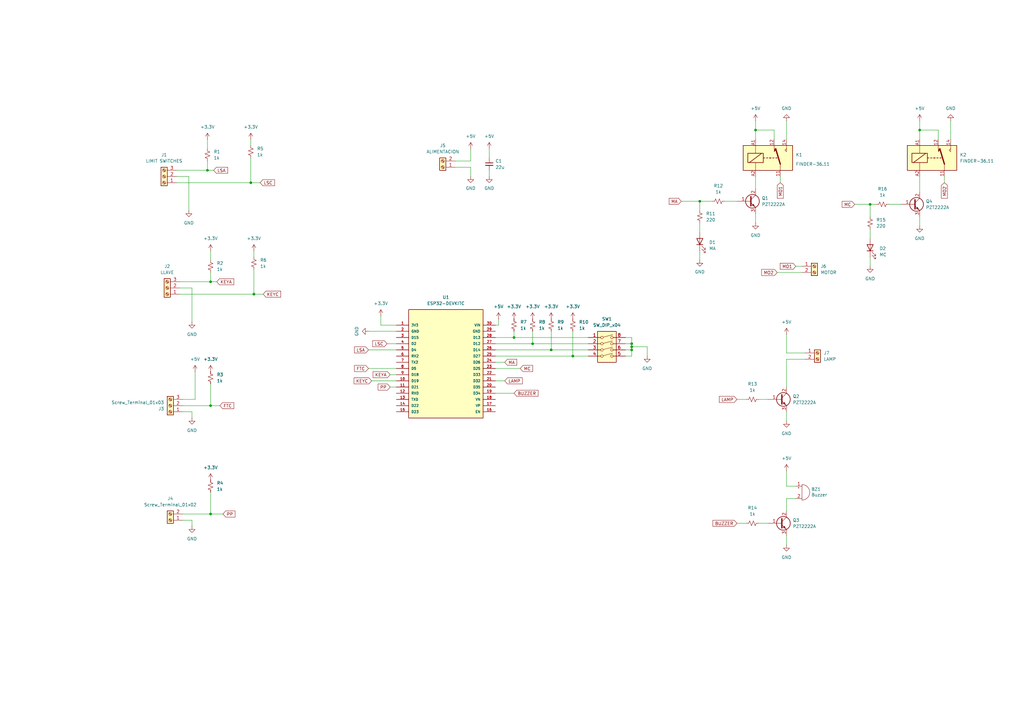
<source format=kicad_sch>
(kicad_sch (version 20231120) (generator "eeschema") (generator_version "8.0")
  (paper "A3")
  (lib_symbols
    (symbol "Connector:Screw_Terminal_01x02" (pin_names (offset 1.016) hide)
      (property "Reference" "J" (at 0 2.54 0))
      (property "Value" "Screw_Terminal_01x02" (at 0 -5.08 0))
      (symbol "Screw_Terminal_01x02_1_1"
        (rectangle (start -1.27 1.27) (end 1.27 -3.81) (stroke (width 0.254)) (fill (type background)))
        (circle (center 0 -2.54) (radius 0.635) (stroke (width 0.1524)))
        (polyline (pts (xy -0.5334 -2.2098) (xy 0.3302 -3.048)) (stroke (width 0.1524)))
        (polyline (pts (xy -0.5334 0.3302) (xy 0.3302 -0.508)) (stroke (width 0.1524)))
        (polyline (pts (xy -0.3556 -2.032) (xy 0.508 -2.8702)) (stroke (width 0.1524)))
        (polyline (pts (xy -0.3556 0.508) (xy 0.508 -0.3302)) (stroke (width 0.1524)))
        (circle (center 0 0) (radius 0.635) (stroke (width 0.1524)))
        (pin passive line (at -5.08 0 0) (length 3.81) (name "Pin_1") (number "1"))
        (pin passive line (at -5.08 -2.54 0) (length 3.81) (name "Pin_2") (number "2"))
      )
    )
    (symbol "Connector:Screw_Terminal_01x03" (pin_names (offset 1.016) hide)
      (property "Reference" "J" (at 0 5.08 0))
      (property "Value" "Screw_Terminal_01x03" (at 0 -5.08 0))
      (symbol "Screw_Terminal_01x03_1_1"
        (rectangle (start -1.27 3.81) (end 1.27 -3.81) (stroke (width 0.254)) (fill (type background)))
        (circle (center 0 -2.54) (radius 0.635) (stroke (width 0.1524)))
        (polyline (pts (xy -0.5334 -2.2098) (xy 0.3302 -3.048)) (stroke (width 0.1524)))
        (polyline (pts (xy -0.5334 0.3302) (xy 0.3302 -0.508)) (stroke (width 0.1524)))
        (polyline (pts (xy -0.5334 2.8702) (xy 0.3302 2.032)) (stroke (width 0.1524)))
        (polyline (pts (xy -0.3556 -2.032) (xy 0.508 -2.8702)) (stroke (width 0.1524)))
        (polyline (pts (xy -0.3556 0.508) (xy 0.508 -0.3302)) (stroke (width 0.1524)))
        (polyline (pts (xy -0.3556 3.048) (xy 0.508 2.2098)) (stroke (width 0.1524)))
        (circle (center 0 0) (radius 0.635) (stroke (width 0.1524)))
        (circle (center 0 2.54) (radius 0.635) (stroke (width 0.1524)))
        (pin passive line (at -5.08 2.54 0) (length 3.81) (name "Pin_1") (number "1"))
        (pin passive line (at -5.08 0 0) (length 3.81) (name "Pin_2") (number "2"))
        (pin passive line (at -5.08 -2.54 0) (length 3.81) (name "Pin_3") (number "3"))
      )
    )
    (symbol "Device:Buzzer" (pin_names (offset 0.0254) hide)
      (property "Reference" "BZ" (at 3.81 1.27 0))
      (property "Value" "Buzzer" (at 3.81 -1.27 0))
      (symbol "Buzzer_0_1"
        (arc (start 0 -3.175) (mid 3.1612 0) (end 0 3.175))
        (polyline (pts (xy -1.651 1.905) (xy -1.143 1.905)))
        (polyline (pts (xy -1.397 2.159) (xy -1.397 1.651)))
        (polyline (pts (xy 0 3.175) (xy 0 -3.175)))
      )
      (symbol "Buzzer_1_1"
        (pin passive line (at -2.54 2.54 0) (length 2.54) (name "+") (number "1"))
        (pin passive line (at -2.54 -2.54 0) (length 2.54) (name "-") (number "2"))
      )
    )
    (symbol "Device:C_Small" (pin_numbers hide) (pin_names (offset 0.254) hide)
      (property "Reference" "C" (at 0.254 1.778 0))
      (property "Value" "C_Small" (at 0.254 -2.032 0))
      (symbol "C_Small_0_1"
        (polyline (pts (xy -1.524 -0.508) (xy 1.524 -0.508)) (stroke (width 0.3302)))
        (polyline (pts (xy -1.524 0.508) (xy 1.524 0.508)) (stroke (width 0.3048)))
      )
      (symbol "C_Small_1_1"
        (pin passive line (at 0 2.54 270) (length 2.032) (name "~") (number "1"))
        (pin passive line (at 0 -2.54 90) (length 2.032) (name "~") (number "2"))
      )
    )
    (symbol "Device:LED" (pin_numbers hide) (pin_names (offset 1.016) hide)
      (property "Reference" "D" (at 0 2.54 0))
      (property "Value" "LED" (at 0 -2.54 0))
      (symbol "LED_0_1"
        (polyline (pts (xy -1.27 -1.27) (xy -1.27 1.27)) (stroke (width 0.254)))
        (polyline (pts (xy -1.27 0) (xy 1.27 0)))
        (polyline (pts (xy 1.27 -1.27) (xy 1.27 1.27) (xy -1.27 0) (xy 1.27 -1.27)) (stroke (width 0.254)))
        (polyline (pts (xy -3.048 -0.762) (xy -4.572 -2.286) (xy -3.81 -2.286) (xy -4.572 -2.286) (xy -4.572 -1.524)))
        (polyline (pts (xy -1.778 -0.762) (xy -3.302 -2.286) (xy -2.54 -2.286) (xy -3.302 -2.286) (xy -3.302 -1.524)))
      )
      (symbol "LED_1_1"
        (pin passive line (at -3.81 0 0) (length 2.54) (name "K") (number "1"))
        (pin passive line (at 3.81 0 180) (length 2.54) (name "A") (number "2"))
      )
    )
    (symbol "Device:R_Small_US" (pin_numbers hide) (pin_names (offset 0.254) hide)
      (property "Reference" "R" (at 0.762 0.508 0))
      (property "Value" "R_Small_US" (at 0.762 -1.016 0))
      (symbol "R_Small_US_1_1"
        (polyline (pts (xy 0 0) (xy 1.016 -0.381) (xy 0 -0.762) (xy -1.016 -1.143) (xy 0 -1.524)))
        (polyline (pts (xy 0 1.524) (xy 1.016 1.143) (xy 0 0.762) (xy -1.016 0.381) (xy 0 0)))
        (pin passive line (at 0 2.54 270) (length 1.016) (name "~") (number "1"))
        (pin passive line (at 0 -2.54 90) (length 1.016) (name "~") (number "2"))
      )
    )
    (symbol "ESP32-DEVKITC:ESP32-DEVKITC" (pin_names (offset 1.016))
      (property "Reference" "U1" (at 0 34.29 0))
      (property "Value" "ESP32-DEVKITC" (at 0 31.75 0))
      (symbol "ESP32-DEVKITC_0_0"
        (rectangle (start -15.24 29.21) (end 15.24 -15.24) (stroke (width 0.254)) (fill (type background)))
        (pin power_in line (at -20.32 22.86 0) (length 5.08) (name "3V3") (number "1"))
        (pin bidirectional line (at -20.32 0 0) (length 5.08) (name "D19") (number "10"))
        (pin bidirectional line (at -20.32 -2.54 0) (length 5.08) (name "D21") (number "11"))
        (pin bidirectional line (at -20.32 -5.08 0) (length 5.08) (name "RX0") (number "12"))
        (pin bidirectional line (at -20.32 -7.62 0) (length 5.08) (name "TX0") (number "13"))
        (pin power_in line (at -20.32 -10.16 0) (length 5.08) (name "D22") (number "14"))
        (pin bidirectional line (at -20.32 -12.7 0) (length 5.08) (name "D23") (number "15"))
        (pin bidirectional line (at 20.32 -12.7 180) (length 5.08) (name "EN") (number "16"))
        (pin bidirectional line (at 20.32 -10.16 180) (length 5.08) (name "VP") (number "17"))
        (pin bidirectional line (at 20.32 -7.62 180) (length 5.08) (name "VN") (number "18"))
        (pin bidirectional line (at 20.32 -5.08 180) (length 5.08) (name "D34") (number "19"))
        (pin power_in line (at -20.32 20.32 0) (length 5.08) (name "GND") (number "2"))
        (pin bidirectional line (at 20.32 -2.54 180) (length 5.08) (name "D35") (number "20"))
        (pin bidirectional line (at 20.32 0 180) (length 5.08) (name "D32") (number "21"))
        (pin bidirectional line (at 20.32 2.54 180) (length 5.08) (name "D33") (number "22"))
        (pin bidirectional line (at 20.32 5.08 180) (length 5.08) (name "D25") (number "23"))
        (pin power_in line (at 20.32 7.62 180) (length 5.08) (name "D26") (number "24"))
        (pin bidirectional line (at 20.32 10.16 180) (length 5.08) (name "D27") (number "25"))
        (pin input line (at 20.32 12.7 180) (length 5.08) (name "D14") (number "26"))
        (pin output line (at 20.32 15.24 180) (length 5.08) (name "D12") (number "27"))
        (pin bidirectional line (at 20.32 17.78 180) (length 5.08) (name "D13") (number "28"))
        (pin bidirectional line (at 20.32 20.32 180) (length 5.08) (name "GND") (number "29"))
        (pin bidirectional line (at -20.32 17.78 0) (length 5.08) (name "D15") (number "3"))
        (pin power_in line (at 20.32 22.86 180) (length 5.08) (name "VIN") (number "30"))
        (pin input line (at -20.32 15.24 0) (length 5.08) (name "D2") (number "4"))
        (pin bidirectional line (at -20.32 12.7 0) (length 5.08) (name "D4") (number "5"))
        (pin bidirectional line (at -20.32 10.16 0) (length 5.08) (name "RX2") (number "6"))
        (pin bidirectional line (at -20.32 7.62 0) (length 5.08) (name "TX2") (number "7"))
        (pin bidirectional line (at -20.32 5.08 0) (length 5.08) (name "D5") (number "8"))
        (pin bidirectional line (at -20.32 2.54 0) (length 5.08) (name "D18") (number "9"))
      )
    )
    (symbol "Relay:FINDER-36.11"
      (property "Reference" "K" (at 11.43 3.81 0))
      (property "Value" "FINDER-36.11" (at 11.43 1.27 0))
      (symbol "FINDER-36.11_0_0"
        (polyline (pts (xy 2.54 3.81) (xy 2.54 5.08)))
        (polyline (pts (xy 7.62 3.81) (xy 7.62 5.08)))
        (polyline (pts (xy 7.62 3.81) (xy 7.62 2.54) (xy 6.985 3.175) (xy 7.62 3.81)))
      )
      (symbol "FINDER-36.11_0_1"
        (rectangle (start -10.16 5.08) (end 10.16 -5.08) (stroke (width 0.254)) (fill (type background)))
        (rectangle (start -8.255 1.905) (end -1.905 -1.905) (stroke (width 0.254)))
        (polyline (pts (xy -7.62 -1.905) (xy -2.54 1.905)) (stroke (width 0.254)))
        (polyline (pts (xy -5.08 -5.08) (xy -5.08 -1.905)))
        (polyline (pts (xy -5.08 5.08) (xy -5.08 1.905)))
        (polyline (pts (xy -1.905 0) (xy -1.27 0)) (stroke (width 0.254)))
        (polyline (pts (xy -0.635 0) (xy 0 0)) (stroke (width 0.254)))
        (polyline (pts (xy 0.635 0) (xy 1.27 0)) (stroke (width 0.254)))
        (polyline (pts (xy 0.635 0) (xy 1.27 0)) (stroke (width 0.254)))
        (polyline (pts (xy 1.905 0) (xy 2.54 0)) (stroke (width 0.254)))
        (polyline (pts (xy 3.175 0) (xy 3.81 0)) (stroke (width 0.254)))
        (polyline (pts (xy 5.08 -2.54) (xy 3.175 3.81)) (stroke (width 0.508)))
        (polyline (pts (xy 5.08 -2.54) (xy 5.08 -5.08)))
        (polyline (pts (xy 2.54 2.54) (xy 3.175 3.175) (xy 2.54 3.81)) (fill (type outline)))
      )
      (symbol "FINDER-36.11_1_1"
        (pin passive line (at 5.08 -7.62 90) (length 2.54) (name "~") (number "11"))
        (pin passive line (at 2.54 7.62 270) (length 2.54) (name "~") (number "12"))
        (pin passive line (at 7.62 7.62 270) (length 2.54) (name "~") (number "14"))
        (pin passive line (at -5.08 7.62 270) (length 2.54) (name "~") (number "A1"))
        (pin passive line (at -5.08 -7.62 90) (length 2.54) (name "~") (number "A2"))
      )
    )
    (symbol "Switch:SW_DIP_x04" (pin_names (offset 0) hide)
      (property "Reference" "SW" (at 0 8.89 0))
      (property "Value" "SW_DIP_x04" (at 0 -6.35 0))
      (symbol "SW_DIP_x04_0_0"
        (circle (center -2.032 -2.54) (radius 0.508))
        (circle (center -2.032 0) (radius 0.508))
        (circle (center -2.032 2.54) (radius 0.508))
        (circle (center -2.032 5.08) (radius 0.508))
        (polyline (pts (xy -1.524 -2.3876) (xy 2.3622 -1.3462)))
        (polyline (pts (xy -1.524 0.127) (xy 2.3622 1.1684)))
        (polyline (pts (xy -1.524 2.667) (xy 2.3622 3.7084)))
        (polyline (pts (xy -1.524 5.207) (xy 2.3622 6.2484)))
        (circle (center 2.032 -2.54) (radius 0.508))
        (circle (center 2.032 0) (radius 0.508))
        (circle (center 2.032 2.54) (radius 0.508))
        (circle (center 2.032 5.08) (radius 0.508))
      )
      (symbol "SW_DIP_x04_0_1"
        (rectangle (start -3.81 7.62) (end 3.81 -5.08) (stroke (width 0.254)) (fill (type background)))
      )
      (symbol "SW_DIP_x04_1_1"
        (pin passive line (at -7.62 5.08 0) (length 5.08) (name "~") (number "1"))
        (pin passive line (at -7.62 2.54 0) (length 5.08) (name "~") (number "2"))
        (pin passive line (at -7.62 0 0) (length 5.08) (name "~") (number "3"))
        (pin passive line (at -7.62 -2.54 0) (length 5.08) (name "~") (number "4"))
        (pin passive line (at 7.62 -2.54 180) (length 5.08) (name "~") (number "5"))
        (pin passive line (at 7.62 0 180) (length 5.08) (name "~") (number "6"))
        (pin passive line (at 7.62 2.54 180) (length 5.08) (name "~") (number "7"))
        (pin passive line (at 7.62 5.08 180) (length 5.08) (name "~") (number "8"))
      )
    )
    (symbol "Transistor_BJT:PZT2222A" (pin_names (offset 0) hide)
      (property "Reference" "Q" (at 5.08 1.905 0))
      (property "Value" "PZT2222A" (at 5.08 0 0))
      (symbol "PZT2222A_0_1"
        (polyline (pts (xy 0 0) (xy 0.635 0)))
        (polyline (pts (xy 2.54 -2.54) (xy 0.635 -0.635)))
        (polyline (pts (xy 2.54 2.54) (xy 0.635 0.635)))
        (polyline (pts (xy 0.635 1.905) (xy 0.635 -1.905) (xy 0.635 -1.905)) (stroke (width 0.508)))
        (polyline (pts (xy 2.286 -2.286) (xy 1.778 -1.778) (xy 1.778 -1.778)))
        (polyline (pts (xy 1.143 -1.651) (xy 1.651 -1.143) (xy 2.159 -2.159) (xy 1.143 -1.651) (xy 1.143 -1.651)) (fill (type outline)))
        (circle (center 1.27 0) (radius 2.8194) (stroke (width 0.254)))
      )
      (symbol "PZT2222A_1_1"
        (pin input line (at -5.08 0 0) (length 5.08) (name "B") (number "1"))
        (pin passive line (at 2.54 5.08 270) (length 2.54) (name "C") (number "2"))
        (pin passive line (at 2.54 -5.08 90) (length 2.54) (name "E") (number "3"))
      )
    )
    (symbol "power:+3.3V" (power) (pin_numbers hide) (pin_names (offset 0) hide)
      (property "Value" "+3.3V" (at 0 3.556 0))
      (symbol "+3.3V_0_1"
        (polyline (pts (xy -0.762 1.27) (xy 0 2.54)))
        (polyline (pts (xy 0 0) (xy 0 2.54)))
        (polyline (pts (xy 0 2.54) (xy 0.762 1.27)))
      )
      (symbol "+3.3V_1_1"
        (pin power_in line (at 0 0 90) (length 0) (name "~") (number "1"))
      )
    )
    (symbol "power:+5V" (power) (pin_numbers hide) (pin_names (offset 0) hide)
      (property "Value" "+5V" (at 0 3.556 0))
      (symbol "+5V_0_1"
        (polyline (pts (xy -0.762 1.27) (xy 0 2.54)))
        (polyline (pts (xy 0 0) (xy 0 2.54)))
        (polyline (pts (xy 0 2.54) (xy 0.762 1.27)))
      )
      (symbol "+5V_1_1"
        (pin power_in line (at 0 0 90) (length 0) (name "~") (number "1"))
      )
    )
    (symbol "power:GND" (power) (pin_numbers hide) (pin_names (offset 0) hide)
      (property "Value" "GND" (at 0 -3.81 0))
      (symbol "GND_0_1"
        (polyline (pts (xy 0 0) (xy 0 -1.27) (xy 1.27 -1.27) (xy 0 -2.54) (xy -1.27 -1.27) (xy 0 -1.27)))
      )
      (symbol "GND_1_1"
        (pin power_in line (at 0 0 270) (length 0) (name "~") (number "1"))
      )
    )
  )
  (junction (at 356.87 83.82))
  (junction (at 287.02 82.55))
  (junction (at 85.09 69.85))
  (junction (at 259.08 140.97))
  (junction (at 218.44 140.97))
  (junction (at 86.36 115.57))
  (junction (at 104.14 120.65))
  (junction (at 210.82 138.43))
  (junction (at 234.95 146.05))
  (junction (at 86.36 166.37))
  (junction (at 226.06 143.51))
  (junction (at 377.19 53.34))
  (junction (at 102.87 74.93))
  (junction (at 259.08 143.51))
  (junction (at 259.08 142.24))
  (junction (at 86.36 210.82))
  (junction (at 309.88 53.34))
  (wire (pts (xy 364.49 83.82) (xy 369.57 83.82)))
  (wire (pts (xy 322.58 147.32) (xy 330.2 147.32)))
  (wire (pts (xy 377.19 49.53) (xy 377.19 53.34)))
  (wire (pts (xy 78.74 118.11) (xy 78.74 132.08)))
  (wire (pts (xy 318.77 111.76) (xy 328.93 111.76)))
  (wire (pts (xy 102.87 64.77) (xy 102.87 74.93)))
  (wire (pts (xy 186.69 68.58) (xy 193.04 68.58)))
  (wire (pts (xy 389.89 49.53) (xy 389.89 57.15)))
  (wire (pts (xy 326.39 109.22) (xy 328.93 109.22)))
  (wire (pts (xy 356.87 83.82) (xy 359.41 83.82)))
  (wire (pts (xy 384.81 53.34) (xy 377.19 53.34)))
  (wire (pts (xy 256.54 143.51) (xy 259.08 143.51)))
  (wire (pts (xy 152.4 156.21) (xy 162.56 156.21)))
  (wire (pts (xy 356.87 83.82) (xy 356.87 88.9)))
  (wire (pts (xy 356.87 93.98) (xy 356.87 97.79)))
  (wire (pts (xy 102.87 57.15) (xy 102.87 59.69)))
  (wire (pts (xy 256.54 138.43) (xy 259.08 138.43)))
  (wire (pts (xy 203.2 140.97) (xy 218.44 140.97)))
  (wire (pts (xy 377.19 53.34) (xy 377.19 57.15)))
  (wire (pts (xy 297.18 82.55) (xy 302.26 82.55)))
  (wire (pts (xy 322.58 193.04) (xy 322.58 199.39)))
  (wire (pts (xy 193.04 66.04) (xy 186.69 66.04)))
  (wire (pts (xy 287.02 82.55) (xy 287.02 86.36)))
  (wire (pts (xy 377.19 88.9) (xy 377.19 92.71)))
  (wire (pts (xy 156.21 133.35) (xy 156.21 129.54)))
  (wire (pts (xy 193.04 72.39) (xy 193.04 68.58)))
  (wire (pts (xy 78.74 213.36) (xy 78.74 215.9)))
  (wire (pts (xy 85.09 69.85) (xy 87.63 69.85)))
  (wire (pts (xy 203.2 138.43) (xy 210.82 138.43)))
  (wire (pts (xy 256.54 146.05) (xy 259.08 146.05)))
  (wire (pts (xy 259.08 146.05) (xy 259.08 143.51)))
  (wire (pts (xy 210.82 138.43) (xy 241.3 138.43)))
  (wire (pts (xy 203.2 148.59) (xy 207.01 148.59)))
  (wire (pts (xy 72.39 74.93) (xy 102.87 74.93)))
  (wire (pts (xy 203.2 146.05) (xy 234.95 146.05)))
  (wire (pts (xy 86.36 157.48) (xy 86.36 166.37)))
  (wire (pts (xy 234.95 135.89) (xy 234.95 146.05)))
  (wire (pts (xy 203.2 143.51) (xy 226.06 143.51)))
  (wire (pts (xy 322.58 204.47) (xy 326.39 204.47)))
  (wire (pts (xy 203.2 151.13) (xy 213.36 151.13)))
  (wire (pts (xy 218.44 140.97) (xy 241.3 140.97)))
  (wire (pts (xy 85.09 57.15) (xy 85.09 60.96)))
  (wire (pts (xy 86.36 166.37) (xy 90.17 166.37)))
  (wire (pts (xy 77.47 72.39) (xy 77.47 86.36)))
  (wire (pts (xy 322.58 144.78) (xy 330.2 144.78)))
  (wire (pts (xy 384.81 57.15) (xy 384.81 53.34)))
  (wire (pts (xy 218.44 135.89) (xy 218.44 140.97)))
  (wire (pts (xy 72.39 69.85) (xy 85.09 69.85)))
  (wire (pts (xy 322.58 219.71) (xy 322.58 223.52)))
  (wire (pts (xy 322.58 209.55) (xy 322.58 204.47)))
  (wire (pts (xy 317.5 57.15) (xy 317.5 53.34)))
  (wire (pts (xy 158.75 140.97) (xy 162.56 140.97)))
  (wire (pts (xy 309.88 72.39) (xy 309.88 77.47)))
  (wire (pts (xy 73.66 115.57) (xy 86.36 115.57)))
  (wire (pts (xy 322.58 168.91) (xy 322.58 172.72)))
  (wire (pts (xy 104.14 102.87) (xy 104.14 105.41)))
  (wire (pts (xy 74.93 213.36) (xy 78.74 213.36)))
  (wire (pts (xy 74.93 166.37) (xy 86.36 166.37)))
  (wire (pts (xy 204.47 130.81) (xy 204.47 133.35)))
  (wire (pts (xy 200.66 69.85) (xy 200.66 72.39)))
  (wire (pts (xy 226.06 143.51) (xy 241.3 143.51)))
  (wire (pts (xy 151.13 151.13) (xy 162.56 151.13)))
  (wire (pts (xy 311.15 163.83) (xy 314.96 163.83)))
  (wire (pts (xy 320.04 72.39) (xy 320.04 74.93)))
  (wire (pts (xy 203.2 161.29) (xy 210.82 161.29)))
  (wire (pts (xy 226.06 135.89) (xy 226.06 143.51)))
  (wire (pts (xy 322.58 49.53) (xy 322.58 57.15)))
  (wire (pts (xy 80.01 152.4) (xy 80.01 163.83)))
  (wire (pts (xy 259.08 142.24) (xy 259.08 140.97)))
  (wire (pts (xy 287.02 102.87) (xy 287.02 106.68)))
  (wire (pts (xy 322.58 199.39) (xy 326.39 199.39)))
  (wire (pts (xy 73.66 120.65) (xy 104.14 120.65)))
  (wire (pts (xy 279.4 82.55) (xy 287.02 82.55)))
  (wire (pts (xy 86.36 102.87) (xy 86.36 106.68)))
  (wire (pts (xy 86.36 210.82) (xy 74.93 210.82)))
  (wire (pts (xy 302.26 163.83) (xy 306.07 163.83)))
  (wire (pts (xy 80.01 163.83) (xy 74.93 163.83)))
  (wire (pts (xy 151.13 135.89) (xy 162.56 135.89)))
  (wire (pts (xy 104.14 120.65) (xy 107.95 120.65)))
  (wire (pts (xy 377.19 72.39) (xy 377.19 78.74)))
  (wire (pts (xy 309.88 87.63) (xy 309.88 91.44)))
  (wire (pts (xy 151.13 143.51) (xy 162.56 143.51)))
  (wire (pts (xy 287.02 91.44) (xy 287.02 95.25)))
  (wire (pts (xy 287.02 82.55) (xy 292.1 82.55)))
  (wire (pts (xy 387.35 72.39) (xy 387.35 74.93)))
  (wire (pts (xy 356.87 105.41) (xy 356.87 109.22)))
  (wire (pts (xy 322.58 158.75) (xy 322.58 147.32)))
  (wire (pts (xy 86.36 210.82) (xy 91.44 210.82)))
  (wire (pts (xy 302.26 214.63) (xy 306.07 214.63)))
  (wire (pts (xy 203.2 156.21) (xy 207.01 156.21)))
  (wire (pts (xy 160.02 158.75) (xy 162.56 158.75)))
  (wire (pts (xy 265.43 142.24) (xy 259.08 142.24)))
  (wire (pts (xy 160.02 153.67) (xy 162.56 153.67)))
  (wire (pts (xy 311.15 214.63) (xy 314.96 214.63)))
  (wire (pts (xy 72.39 72.39) (xy 77.47 72.39)))
  (wire (pts (xy 193.04 66.04) (xy 193.04 60.96)))
  (wire (pts (xy 104.14 110.49) (xy 104.14 120.65)))
  (wire (pts (xy 265.43 146.05) (xy 265.43 142.24)))
  (wire (pts (xy 78.74 168.91) (xy 78.74 171.45)))
  (wire (pts (xy 259.08 140.97) (xy 256.54 140.97)))
  (wire (pts (xy 73.66 118.11) (xy 78.74 118.11)))
  (wire (pts (xy 259.08 143.51) (xy 259.08 142.24)))
  (wire (pts (xy 234.95 146.05) (xy 241.3 146.05)))
  (wire (pts (xy 309.88 49.53) (xy 309.88 53.34)))
  (wire (pts (xy 200.66 60.96) (xy 200.66 64.77)))
  (wire (pts (xy 85.09 66.04) (xy 85.09 69.85)))
  (wire (pts (xy 309.88 53.34) (xy 309.88 57.15)))
  (wire (pts (xy 210.82 135.89) (xy 210.82 138.43)))
  (wire (pts (xy 259.08 138.43) (xy 259.08 140.97)))
  (wire (pts (xy 350.52 83.82) (xy 356.87 83.82)))
  (wire (pts (xy 204.47 133.35) (xy 203.2 133.35)))
  (wire (pts (xy 86.36 201.93) (xy 86.36 210.82)))
  (wire (pts (xy 74.93 168.91) (xy 78.74 168.91)))
  (wire (pts (xy 86.36 111.76) (xy 86.36 115.57)))
  (wire (pts (xy 317.5 53.34) (xy 309.88 53.34)))
  (wire (pts (xy 322.58 137.16) (xy 322.58 144.78)))
  (wire (pts (xy 86.36 115.57) (xy 88.9 115.57)))
  (wire (pts (xy 102.87 74.93) (xy 106.68 74.93)))
  (wire (pts (xy 162.56 133.35) (xy 156.21 133.35)))
  (global_label "KEYC" (shape input) (at 152.4 156.21 180) (property "Intersheetrefs" "${INTERSHEET_REFS}" (effects (hide yes))))
  (global_label "MC" (shape input) (at 350.52 83.82 180) (property "Intersheetrefs" "${INTERSHEET_REFS}" (effects (hide yes))))
  (global_label "MO1" (shape input) (at 320.04 74.93 270) (property "Intersheetrefs" "${INTERSHEET_REFS}" (effects (hide yes))))
  (global_label "BUZZER" (shape input) (at 302.26 214.63 180) (property "Intersheetrefs" "${INTERSHEET_REFS}" (effects (hide yes))))
  (global_label "FTC" (shape input) (at 90.17 166.37 0) (property "Intersheetrefs" "${INTERSHEET_REFS}" (effects (hide yes))))
  (global_label "MA" (shape input) (at 207.01 148.59 0) (property "Intersheetrefs" "${INTERSHEET_REFS}" (effects (hide yes))))
  (global_label "LSC" (shape input) (at 158.75 140.97 180) (property "Intersheetrefs" "${INTERSHEET_REFS}" (effects (hide yes))))
  (global_label "FTC" (shape input) (at 151.13 151.13 180) (property "Intersheetrefs" "${INTERSHEET_REFS}" (effects (hide yes))))
  (global_label "LSA" (shape input) (at 87.63 69.85 0) (property "Intersheetrefs" "${INTERSHEET_REFS}" (effects (hide yes))))
  (global_label "MO1" (shape input) (at 326.39 109.22 180) (property "Intersheetrefs" "${INTERSHEET_REFS}" (effects (hide yes))))
  (global_label "LSC" (shape input) (at 106.68 74.93 0) (property "Intersheetrefs" "${INTERSHEET_REFS}" (effects (hide yes))))
  (global_label "BUZZER" (shape input) (at 210.82 161.29 0) (property "Intersheetrefs" "${INTERSHEET_REFS}" (effects (hide yes))))
  (global_label "MO2" (shape input) (at 387.35 74.93 270) (property "Intersheetrefs" "${INTERSHEET_REFS}" (effects (hide yes))))
  (global_label "KEYA" (shape input) (at 160.02 153.67 180) (property "Intersheetrefs" "${INTERSHEET_REFS}" (effects (hide yes))))
  (global_label "KEYA" (shape input) (at 88.9 115.57 0) (property "Intersheetrefs" "${INTERSHEET_REFS}" (effects (hide yes))))
  (global_label "MO2" (shape input) (at 318.77 111.76 180) (property "Intersheetrefs" "${INTERSHEET_REFS}" (effects (hide yes))))
  (global_label "LAMP" (shape input) (at 302.26 163.83 180) (property "Intersheetrefs" "${INTERSHEET_REFS}" (effects (hide yes))))
  (global_label "PP" (shape input) (at 160.02 158.75 180) (property "Intersheetrefs" "${INTERSHEET_REFS}" (effects (hide yes))))
  (global_label "KEYC" (shape input) (at 107.95 120.65 0) (property "Intersheetrefs" "${INTERSHEET_REFS}" (effects (hide yes))))
  (global_label "LSA" (shape input) (at 151.13 143.51 180) (property "Intersheetrefs" "${INTERSHEET_REFS}" (effects (hide yes))))
  (global_label "LAMP" (shape input) (at 207.01 156.21 0) (property "Intersheetrefs" "${INTERSHEET_REFS}" (effects (hide yes))))
  (global_label "PP" (shape input) (at 91.44 210.82 0) (property "Intersheetrefs" "${INTERSHEET_REFS}" (effects (hide yes))))
  (global_label "MA" (shape input) (at 279.4 82.55 180) (property "Intersheetrefs" "${INTERSHEET_REFS}" (effects (hide yes))))
  (global_label "MC" (shape input) (at 213.36 151.13 0) (property "Intersheetrefs" "${INTERSHEET_REFS}" (effects (hide yes))))
  (symbol (lib_id "Device:LED") (at 287.02 99.06 90) (unit 1)
    (property "Reference" "D1" (at 290.83 99.3774 90) (effects (justify right)))
    (property "Value" "MA" (at 290.83 101.9174 90) (effects (justify right)))
    (property "Footprint" "LED_SMD:LED_0402_1005Metric" (effects (hide yes)))
    (property "Description" "Light emitting diode" (effects (hide yes)))
  )
  (symbol (lib_id "Device:R_Small_US") (at 308.61 214.63 90) (unit 1)
    (property "Reference" "R14" (at 308.61 208.28 90))
    (property "Value" "1k" (at 308.61 210.82 90))
    (property "Footprint" "Resistor_SMD:R_0402_1005Metric" (effects (hide yes)))
    (property "Description" "Resistor, small US symbol" (effects (hide yes)))
  )
  (symbol (lib_id "power:+3.3V") (at 86.36 196.85 0) (unit 1)
    (property "Reference" "#PWR09" (effects (hide yes)))
    (property "Value" "+3.3V" (at 86.36 191.77 0))
    (property "Description" "Power symbol creates a global label with name \"+3.3V\"" (effects (hide yes)))
  )
  (symbol (lib_id "power:+5V") (at 193.04 60.96 0) (unit 1)
    (property "Reference" "#PWR014" (effects (hide yes)))
    (property "Value" "+5V" (at 193.04 55.88 0))
    (property "Description" "Power symbol creates a global label with name \"+5V\"" (effects (hide yes)))
  )
  (symbol (lib_id "power:+5V") (at 200.66 60.96 0) (unit 1)
    (property "Reference" "#PWR016" (effects (hide yes)))
    (property "Value" "+5V" (at 200.66 55.88 0))
    (property "Description" "Power symbol creates a global label with name \"+5V\"" (effects (hide yes)))
  )
  (symbol (lib_id "Device:R_Small_US") (at 210.82 133.35 0) (unit 1)
    (property "Reference" "R7" (at 213.36 132.0799 0) (effects (justify left)))
    (property "Value" "1k" (at 213.36 134.6199 0) (effects (justify left)))
    (property "Footprint" "Resistor_SMD:R_0402_1005Metric" (effects (hide yes)))
    (property "Description" "Resistor, small US symbol" (effects (hide yes)))
  )
  (symbol (lib_id "Switch:SW_DIP_x04") (at 248.92 143.51 0) (unit 1)
    (property "Reference" "SW1" (at 248.92 130.81 0))
    (property "Value" "SW_DIP_x04" (at 248.92 133.35 0))
    (property "Footprint" "Button_Switch_SMD:SW_DIP_SPSTx04_Slide_9.78x12.34mm_W8.61mm_P2.54mm" (effects (hide yes)))
    (property "Description" "4x DIP Switch, Single Pole Single Throw (SPST) switch, small symbol" (effects (hide yes)))
  )
  (symbol (lib_id "power:GND") (at 78.74 171.45 0) (unit 1)
    (property "Reference" "#PWR03" (effects (hide yes)))
    (property "Value" "GND" (at 78.74 176.53 0))
    (property "Description" "Power symbol creates a global label with name \"GND\" , ground" (effects (hide yes)))
  )
  (symbol (lib_id "Relay:FINDER-36.11") (at 382.27 64.77 0) (unit 1)
    (property "Reference" "K2" (at 393.7 63.4999 0) (effects (justify left)))
    (property "Value" "FINDER-36.11" (at 393.7 66.0399 0) (effects (justify left)))
    (property "Footprint" "Relay_THT:Relay_SPDT_Finder_36.11" (effects (hide yes)))
    (property "Datasheet" "https://gfinder.findernet.com/public/attachments/36/EN/S36EN.pdf" (effects (hide yes)))
  )
  (symbol (lib_id "power:GND") (at 193.04 72.39 0) (unit 1)
    (property "Reference" "#PWR015" (effects (hide yes)))
    (property "Value" "GND" (at 193.04 77.216 0))
    (property "Description" "Power symbol creates a global label with name \"GND\" , ground" (effects (hide yes)))
  )
  (symbol (lib_id "power:GND") (at 322.58 49.53 180) (unit 1)
    (property "Reference" "#PWR027" (effects (hide yes)))
    (property "Value" "GND" (at 322.58 44.45 0))
    (property "Description" "Power symbol creates a global label with name \"GND\" , ground" (effects (hide yes)))
  )
  (symbol (lib_id "power:GND") (at 309.88 91.44 0) (unit 1)
    (property "Reference" "#PWR026" (effects (hide yes)))
    (property "Value" "GND" (at 309.88 96.52 0))
    (property "Description" "Power symbol creates a global label with name \"GND\" , ground" (effects (hide yes)))
  )
  (symbol (lib_id "power:+5V") (at 322.58 193.04 0) (unit 1)
    (property "Reference" "#PWR030" (effects (hide yes)))
    (property "Value" "+5V" (at 322.58 187.96 0))
    (property "Description" "Power symbol creates a global label with name \"+5V\"" (effects (hide yes)))
  )
  (symbol (lib_id "Transistor_BJT:PZT2222A") (at 374.65 83.82 0) (unit 1)
    (property "Reference" "Q4" (at 379.73 82.5499 0) (effects (justify left)))
    (property "Value" "PZT2222A" (at 379.73 85.0899 0) (effects (justify left)))
    (property "Footprint" "Package_TO_SOT_SMD:SOT-223-3_TabPin2" (effects (hide yes)))
    (property "Datasheet" "https://www.onsemi.com/pub/Collateral/PN2222-D.PDF" (effects (hide yes)))
    (property "Description" "1A Ic, 40V Vce, NPN Transistor, General Purpose Transistor, SOT-223" (effects (hide yes)))
  )
  (symbol (lib_id "power:+5V") (at 204.47 130.81 0) (unit 1)
    (property "Reference" "#PWR018" (effects (hide yes)))
    (property "Value" "+5V" (at 204.47 125.73 0))
    (property "Description" "Power symbol creates a global label with name \"+5V\"" (effects (hide yes)))
  )
  (symbol (lib_id "Device:R_Small_US") (at 287.02 88.9 180) (unit 1)
    (property "Reference" "R11" (at 289.56 87.6299 0) (effects (justify right)))
    (property "Value" "220" (at 289.56 90.1699 0) (effects (justify right)))
    (property "Footprint" "Resistor_SMD:R_0402_1005Metric" (effects (hide yes)))
    (property "Description" "Resistor, small US symbol" (effects (hide yes)))
  )
  (symbol (lib_id "power:+3.3V") (at 226.06 130.81 0) (unit 1)
    (property "Reference" "#PWR021" (effects (hide yes)))
    (property "Value" "+3.3V" (at 226.06 125.73 0))
    (property "Description" "Power symbol creates a global label with name \"+3.3V\"" (effects (hide yes)))
  )
  (symbol (lib_id "power:+5V") (at 309.88 49.53 0) (unit 1)
    (property "Reference" "#PWR025" (effects (hide yes)))
    (property "Value" "+5V" (at 309.88 44.45 0))
    (property "Description" "Power symbol creates a global label with name \"+5V\"" (effects (hide yes)))
  )
  (symbol (lib_id "Connector:Screw_Terminal_01x03") (at 68.58 118.11 180) (unit 1)
    (property "Reference" "J2" (at 68.58 109.22 0))
    (property "Value" "LLAVE" (at 68.58 111.76 0))
    (property "Footprint" "TerminalBlock:TerminalBlock_bornier-3_P5.08mm" (effects (hide yes)))
    (property "Description" "Generic screw terminal, single row, 01x03, script generated (kicad-library-utils/schlib/autogen/connector/)" (effects (hide yes)))
  )
  (symbol (lib_id "Connector:Screw_Terminal_01x02") (at 334.01 109.22 0) (unit 1)
    (property "Reference" "J6" (at 336.55 109.2199 0) (effects (justify left)))
    (property "Value" "MOTOR" (at 336.55 111.7599 0) (effects (justify left)))
    (property "Footprint" "TerminalBlock:TerminalBlock_bornier-2_P5.08mm" (effects (hide yes)))
    (property "Description" "Generic screw terminal, single row, 01x02, script generated (kicad-library-utils/schlib/autogen/connector/)" (effects (hide yes)))
  )
  (symbol (lib_id "Device:R_Small_US") (at 356.87 91.44 180) (unit 1)
    (property "Reference" "R15" (at 359.41 90.1699 0) (effects (justify right)))
    (property "Value" "220" (at 359.41 92.7099 0) (effects (justify right)))
    (property "Footprint" "Resistor_SMD:R_0402_1005Metric" (effects (hide yes)))
    (property "Description" "Resistor, small US symbol" (effects (hide yes)))
  )
  (symbol (lib_id "Device:R_Small_US") (at 86.36 199.39 0) (unit 1)
    (property "Reference" "R4" (at 88.9 198.1199 0) (effects (justify left)))
    (property "Value" "1k" (at 88.9 200.6599 0) (effects (justify left)))
    (property "Footprint" "Resistor_SMD:R_0402_1005Metric" (effects (hide yes)))
    (property "Description" "Resistor, small US symbol" (effects (hide yes)))
  )
  (symbol (lib_id "power:+3.3V") (at 86.36 152.4 0) (unit 1)
    (property "Reference" "#PWR08" (effects (hide yes)))
    (property "Value" "+3.3V" (at 86.36 147.32 0))
    (property "Description" "Power symbol creates a global label with name \"+3.3V\"" (effects (hide yes)))
  )
  (symbol (lib_id "power:GND") (at 77.47 86.36 0) (unit 1)
    (property "Reference" "#PWR01" (effects (hide yes)))
    (property "Value" "GND" (at 77.47 91.44 0))
    (property "Description" "Power symbol creates a global label with name \"GND\" , ground" (effects (hide yes)))
  )
  (symbol (lib_id "power:GND") (at 377.19 92.71 0) (unit 1)
    (property "Reference" "#PWR034" (effects (hide yes)))
    (property "Value" "GND" (at 377.19 97.79 0))
    (property "Description" "Power symbol creates a global label with name \"GND\" , ground" (effects (hide yes)))
  )
  (symbol (lib_id "Device:R_Small_US") (at 102.87 62.23 0) (unit 1)
    (property "Reference" "R5" (at 105.41 60.9599 0) (effects (justify left)))
    (property "Value" "1k" (at 105.41 63.4999 0) (effects (justify left)))
    (property "Footprint" "Resistor_SMD:R_0402_1005Metric" (effects (hide yes)))
    (property "Description" "Resistor, small US symbol" (effects (hide yes)))
  )
  (symbol (lib_id "power:+3.3V") (at 86.36 102.87 0) (unit 1)
    (property "Reference" "#PWR07" (effects (hide yes)))
    (property "Value" "+3.3V" (at 86.36 97.79 0))
    (property "Description" "Power symbol creates a global label with name \"+3.3V\"" (effects (hide yes)))
  )
  (symbol (lib_id "power:GND") (at 287.02 106.68 0) (unit 1)
    (property "Reference" "#PWR024" (effects (hide yes)))
    (property "Value" "GND" (at 287.02 111.506 0))
    (property "Description" "Power symbol creates a global label with name \"GND\" , ground" (effects (hide yes)))
  )
  (symbol (lib_id "Transistor_BJT:PZT2222A") (at 320.04 214.63 0) (unit 1)
    (property "Reference" "Q3" (at 325.12 213.3599 0) (effects (justify left)))
    (property "Value" "PZT2222A" (at 325.12 215.8999 0) (effects (justify left)))
    (property "Footprint" "Package_TO_SOT_SMD:SOT-223-3_TabPin2" (effects (hide yes)))
    (property "Datasheet" "https://www.onsemi.com/pub/Collateral/PN2222-D.PDF" (effects (hide yes)))
    (property "Description" "1A Ic, 40V Vce, NPN Transistor, General Purpose Transistor, SOT-223" (effects (hide yes)))
  )
  (symbol (lib_id "power:+3.3V") (at 156.21 129.54 0) (unit 1)
    (property "Reference" "#PWR013" (effects (hide yes)))
    (property "Value" "+3.3V" (at 156.21 124.46 0))
    (property "Description" "Power symbol creates a global label with name \"+3.3V\"" (effects (hide yes)))
  )
  (symbol (lib_id "power:+3.3V") (at 102.87 57.15 0) (unit 1)
    (property "Reference" "#PWR010" (effects (hide yes)))
    (property "Value" "+3.3V" (at 102.87 52.07 0))
    (property "Description" "Power symbol creates a global label with name \"+3.3V\"" (effects (hide yes)))
  )
  (symbol (lib_id "power:GND") (at 322.58 223.52 0) (unit 1)
    (property "Reference" "#PWR031" (effects (hide yes)))
    (property "Value" "GND" (at 322.58 228.6 0))
    (property "Description" "Power symbol creates a global label with name \"GND\" , ground" (effects (hide yes)))
  )
  (symbol (lib_id "Device:C_Small") (at 200.66 67.31 0) (unit 1)
    (property "Reference" "C1" (at 203.2 66.0462 0) (effects (justify left)))
    (property "Value" "22u" (at 203.2 68.5862 0) (effects (justify left)))
    (property "Footprint" "Capacitor_SMD:C_0402_1005Metric" (effects (hide yes)))
    (property "Description" "Unpolarized capacitor, small symbol" (effects (hide yes)))
  )
  (symbol (lib_id "Device:R_Small_US") (at 308.61 163.83 90) (unit 1)
    (property "Reference" "R13" (at 308.61 157.48 90))
    (property "Value" "1k" (at 308.61 160.02 90))
    (property "Footprint" "Resistor_SMD:R_0402_1005Metric" (effects (hide yes)))
    (property "Description" "Resistor, small US symbol" (effects (hide yes)))
  )
  (symbol (lib_id "Connector:Screw_Terminal_01x03") (at 67.31 72.39 180) (unit 1)
    (property "Reference" "J1" (at 67.31 63.5 0))
    (property "Value" "LIMIT SWITCHES" (at 67.31 66.04 0))
    (property "Footprint" "TerminalBlock:TerminalBlock_bornier-3_P5.08mm" (effects (hide yes)))
    (property "Description" "Generic screw terminal, single row, 01x03, script generated (kicad-library-utils/schlib/autogen/connector/)" (effects (hide yes)))
  )
  (symbol (lib_id "power:GND") (at 356.87 109.22 0) (unit 1)
    (property "Reference" "#PWR032" (effects (hide yes)))
    (property "Value" "GND" (at 356.87 114.3 0))
    (property "Description" "Power symbol creates a global label with name \"GND\" , ground" (effects (hide yes)))
  )
  (symbol (lib_id "power:GND") (at 265.43 146.05 0) (unit 1)
    (property "Reference" "#PWR023" (effects (hide yes)))
    (property "Value" "GND" (at 265.43 151.13 0))
    (property "Description" "Power symbol creates a global label with name \"GND\" , ground" (effects (hide yes)))
  )
  (symbol (lib_id "Connector:Screw_Terminal_01x03") (at 69.85 166.37 180) (unit 1)
    (property "Reference" "J3" (at 67.31 167.6401 0) (effects (justify left)))
    (property "Value" "Screw_Terminal_01x03" (at 67.31 165.1001 0) (effects (justify left)))
    (property "Footprint" "TerminalBlock:TerminalBlock_bornier-3_P5.08mm" (effects (hide yes)))
    (property "Description" "Generic screw terminal, single row, 01x03, script generated (kicad-library-utils/schlib/autogen/connector/)" (effects (hide yes)))
  )
  (symbol (lib_id "Connector:Screw_Terminal_01x02") (at 335.28 144.78 0) (unit 1)
    (property "Reference" "J7" (at 337.82 144.7799 0) (effects (justify left)))
    (property "Value" "LAMP" (at 337.82 147.3199 0) (effects (justify left)))
    (property "Footprint" "TerminalBlock:TerminalBlock_bornier-2_P5.08mm" (effects (hide yes)))
    (property "Description" "Generic screw terminal, single row, 01x02, script generated (kicad-library-utils/schlib/autogen/connector/)" (effects (hide yes)))
  )
  (symbol (lib_id "Device:R_Small_US") (at 104.14 107.95 0) (unit 1)
    (property "Reference" "R6" (at 106.68 106.6799 0) (effects (justify left)))
    (property "Value" "1k" (at 106.68 109.2199 0) (effects (justify left)))
    (property "Footprint" "Resistor_SMD:R_0402_1005Metric" (effects (hide yes)))
    (property "Description" "Resistor, small US symbol" (effects (hide yes)))
  )
  (symbol (lib_id "Device:R_Small_US") (at 294.64 82.55 90) (unit 1)
    (property "Reference" "R12" (at 294.64 76.2 90))
    (property "Value" "1k" (at 294.64 78.74 90))
    (property "Footprint" "Resistor_SMD:R_0402_1005Metric" (effects (hide yes)))
    (property "Description" "Resistor, small US symbol" (effects (hide yes)))
  )
  (symbol (lib_id "power:+3.3V") (at 218.44 130.81 0) (unit 1)
    (property "Reference" "#PWR020" (effects (hide yes)))
    (property "Value" "+3.3V" (at 218.44 125.73 0))
    (property "Description" "Power symbol creates a global label with name \"+3.3V\"" (effects (hide yes)))
  )
  (symbol (lib_id "Device:LED") (at 356.87 101.6 90) (unit 1)
    (property "Reference" "D2" (at 360.68 101.9174 90) (effects (justify right)))
    (property "Value" "MC" (at 360.68 104.4574 90) (effects (justify right)))
    (property "Footprint" "LED_SMD:LED_0402_1005Metric" (effects (hide yes)))
    (property "Description" "Light emitting diode" (effects (hide yes)))
  )
  (symbol (lib_id "power:+5V") (at 80.01 152.4 0) (unit 1)
    (property "Reference" "#PWR05" (effects (hide yes)))
    (property "Value" "+5V" (at 80.01 147.32 0))
    (property "Description" "Power symbol creates a global label with name \"+5V\"" (effects (hide yes)))
  )
  (symbol (lib_id "power:+3.3V") (at 210.82 130.81 0) (unit 1)
    (property "Reference" "#PWR019" (effects (hide yes)))
    (property "Value" "+3.3V" (at 210.82 125.73 0))
    (property "Description" "Power symbol creates a global label with name \"+3.3V\"" (effects (hide yes)))
  )
  (symbol (lib_id "power:GND") (at 200.66 72.39 0) (unit 1)
    (property "Reference" "#PWR017" (effects (hide yes)))
    (property "Value" "GND" (at 200.66 77.216 0))
    (property "Description" "Power symbol creates a global label with name \"GND\" , ground" (effects (hide yes)))
  )
  (symbol (lib_id "Device:R_Small_US") (at 86.36 109.22 0) (unit 1)
    (property "Reference" "R2" (at 88.9 107.9499 0) (effects (justify left)))
    (property "Value" "1k" (at 88.9 110.4899 0) (effects (justify left)))
    (property "Footprint" "Resistor_SMD:R_0402_1005Metric" (effects (hide yes)))
    (property "Description" "Resistor, small US symbol" (effects (hide yes)))
  )
  (symbol (lib_id "Device:R_Small_US") (at 234.95 133.35 0) (unit 1)
    (property "Reference" "R10" (at 237.49 132.0799 0) (effects (justify left)))
    (property "Value" "1k" (at 237.49 134.6199 0) (effects (justify left)))
    (property "Footprint" "Resistor_SMD:R_0402_1005Metric" (effects (hide yes)))
    (property "Description" "Resistor, small US symbol" (effects (hide yes)))
  )
  (symbol (lib_id "power:+3.3V") (at 85.09 57.15 0) (unit 1)
    (property "Reference" "#PWR06" (effects (hide yes)))
    (property "Value" "+3.3V" (at 85.09 52.07 0))
    (property "Description" "Power symbol creates a global label with name \"+3.3V\"" (effects (hide yes)))
  )
  (symbol (lib_id "power:GND") (at 322.58 172.72 0) (unit 1)
    (property "Reference" "#PWR029" (effects (hide yes)))
    (property "Value" "GND" (at 322.58 177.8 0))
    (property "Description" "Power symbol creates a global label with name \"GND\" , ground" (effects (hide yes)))
  )
  (symbol (lib_id "Transistor_BJT:PZT2222A") (at 320.04 163.83 0) (unit 1)
    (property "Reference" "Q2" (at 325.12 162.5599 0) (effects (justify left)))
    (property "Value" "PZT2222A" (at 325.12 165.0999 0) (effects (justify left)))
    (property "Footprint" "Package_TO_SOT_SMD:SOT-223-3_TabPin2" (effects (hide yes)))
    (property "Datasheet" "https://www.onsemi.com/pub/Collateral/PN2222-D.PDF" (effects (hide yes)))
    (property "Description" "1A Ic, 40V Vce, NPN Transistor, General Purpose Transistor, SOT-223" (effects (hide yes)))
  )
  (symbol (lib_id "power:+5V") (at 322.58 137.16 0) (unit 1)
    (property "Reference" "#PWR028" (effects (hide yes)))
    (property "Value" "+5V" (at 322.58 132.08 0))
    (property "Description" "Power symbol creates a global label with name \"+5V\"" (effects (hide yes)))
  )
  (symbol (lib_id "Connector:Screw_Terminal_01x02") (at 69.85 213.36 180) (unit 1)
    (property "Reference" "J4" (at 69.85 204.47 0))
    (property "Value" "Screw_Terminal_01x02" (at 69.85 207.01 0))
    (property "Footprint" "TerminalBlock:TerminalBlock_bornier-2_P5.08mm" (effects (hide yes)))
    (property "Description" "Generic screw terminal, single row, 01x02, script generated (kicad-library-utils/schlib/autogen/connector/)" (effects (hide yes)))
  )
  (symbol (lib_id "Connector:Screw_Terminal_01x02") (at 181.61 68.58 180) (unit 1)
    (property "Reference" "J5" (at 181.61 59.69 0))
    (property "Value" "ALIMENTACION" (at 181.61 62.23 0))
    (property "Footprint" "TerminalBlock:TerminalBlock_bornier-2_P5.08mm" (effects (hide yes)))
    (property "Description" "Generic screw terminal, single row, 01x02, script generated (kicad-library-utils/schlib/autogen/connector/)" (effects (hide yes)))
  )
  (symbol (lib_id "power:+3.3V") (at 234.95 130.81 0) (unit 1)
    (property "Reference" "#PWR022" (effects (hide yes)))
    (property "Value" "+3.3V" (at 234.95 125.73 0))
    (property "Description" "Power symbol creates a global label with name \"+3.3V\"" (effects (hide yes)))
  )
  (symbol (lib_id "Relay:FINDER-36.11") (at 314.96 64.77 0) (unit 1)
    (property "Reference" "K1" (at 326.39 63.4999 0) (effects (justify left)))
    (property "Value" "FINDER-36.11" (at 326.39 67.3099 0) (effects (justify left)))
    (property "Footprint" "Relay_THT:Relay_SPDT_Finder_36.11" (effects (hide yes)))
    (property "Datasheet" "https://gfinder.findernet.com/public/attachments/36/EN/S36EN.pdf" (effects (hide yes)))
  )
  (symbol (lib_id "Transistor_BJT:PZT2222A") (at 307.34 82.55 0) (unit 1)
    (property "Reference" "Q1" (at 312.42 81.2799 0) (effects (justify left)))
    (property "Value" "PZT2222A" (at 312.42 83.8199 0) (effects (justify left)))
    (property "Footprint" "Package_TO_SOT_SMD:SOT-223-3_TabPin2" (effects (hide yes)))
    (property "Datasheet" "https://www.onsemi.com/pub/Collateral/PN2222-D.PDF" (effects (hide yes)))
    (property "Description" "1A Ic, 40V Vce, NPN Transistor, General Purpose Transistor, SOT-223" (effects (hide yes)))
  )
  (symbol (lib_id "Device:R_Small_US") (at 85.09 63.5 0) (unit 1)
    (property "Reference" "R1" (at 87.63 62.2299 0) (effects (justify left)))
    (property "Value" "1k" (at 87.63 64.7699 0) (effects (justify left)))
    (property "Footprint" "Resistor_SMD:R_0402_1005Metric" (effects (hide yes)))
    (property "Description" "Resistor, small US symbol" (effects (hide yes)))
  )
  (symbol (lib_id "power:GND") (at 151.13 135.89 270) (unit 1)
    (property "Reference" "#PWR012" (effects (hide yes)))
    (property "Value" "GND" (at 146.304 135.89 0))
    (property "Description" "Power symbol creates a global label with name \"GND\" , ground" (effects (hide yes)))
  )
  (symbol (lib_id "ESP32-DEVKITC:ESP32-DEVKITC") (at 182.88 156.21 0) (unit 1)
    (property "Reference" "U1" (at 182.88 121.92 0))
    (property "Value" "ESP32-DEVKITC" (at 182.88 124.46 0))
    (property "Footprint" "LIBRERIA PERSONAL:MODULE_ESP32-DEVKITC" (effects (hide yes)))
  )
  (symbol (lib_id "Device:Buzzer") (at 328.93 201.93 0) (unit 1)
    (property "Reference" "BZ1" (at 332.74 200.6599 0) (effects (justify left)))
    (property "Value" "Buzzer" (at 332.74 202.946 0) (effects (justify left)))
    (property "Footprint" "Buzzer_Beeper:Buzzer_CUI_CPT-9019S-SMT" (effects (hide yes)))
    (property "Description" "Buzzer, polarized" (effects (hide yes)))
  )
  (symbol (lib_id "Device:R_Small_US") (at 226.06 133.35 0) (unit 1)
    (property "Reference" "R9" (at 228.6 132.0799 0) (effects (justify left)))
    (property "Value" "1k" (at 228.6 134.6199 0) (effects (justify left)))
    (property "Footprint" "Resistor_SMD:R_0402_1005Metric" (effects (hide yes)))
    (property "Description" "Resistor, small US symbol" (effects (hide yes)))
  )
  (symbol (lib_id "Device:R_Small_US") (at 218.44 133.35 0) (unit 1)
    (property "Reference" "R8" (at 220.98 132.0799 0) (effects (justify left)))
    (property "Value" "1k" (at 220.98 134.6199 0) (effects (justify left)))
    (property "Footprint" "Resistor_SMD:R_0402_1005Metric" (effects (hide yes)))
    (property "Description" "Resistor, small US symbol" (effects (hide yes)))
  )
  (symbol (lib_id "power:GND") (at 78.74 215.9 0) (unit 1)
    (property "Reference" "#PWR04" (effects (hide yes)))
    (property "Value" "GND" (at 78.74 220.98 0))
    (property "Description" "Power symbol creates a global label with name \"GND\" , ground" (effects (hide yes)))
  )
  (symbol (lib_id "power:+5V") (at 377.19 49.53 0) (unit 1)
    (property "Reference" "#PWR033" (effects (hide yes)))
    (property "Value" "+5V" (at 377.19 44.45 0))
    (property "Description" "Power symbol creates a global label with name \"+5V\"" (effects (hide yes)))
  )
  (symbol (lib_id "Device:R_Small_US") (at 361.95 83.82 90) (unit 1)
    (property "Reference" "R16" (at 361.95 77.47 90))
    (property "Value" "1k" (at 361.95 80.01 90))
    (property "Footprint" "Resistor_SMD:R_0402_1005Metric" (effects (hide yes)))
    (property "Description" "Resistor, small US symbol" (effects (hide yes)))
  )
  (symbol (lib_id "power:+3.3V") (at 104.14 102.87 0) (unit 1)
    (property "Reference" "#PWR011" (effects (hide yes)))
    (property "Value" "+3.3V" (at 104.14 97.79 0))
    (property "Description" "Power symbol creates a global label with name \"+3.3V\"" (effects (hide yes)))
  )
  (symbol (lib_id "power:GND") (at 389.89 49.53 180) (unit 1)
    (property "Reference" "#PWR035" (effects (hide yes)))
    (property "Value" "GND" (at 389.89 44.45 0))
    (property "Description" "Power symbol creates a global label with name \"GND\" , ground" (effects (hide yes)))
  )
  (symbol (lib_id "Device:R_Small_US") (at 86.36 154.94 0) (unit 1)
    (property "Reference" "R3" (at 88.9 153.6699 0) (effects (justify left)))
    (property "Value" "1k" (at 88.9 156.2099 0) (effects (justify left)))
    (property "Footprint" "Resistor_SMD:R_0402_1005Metric" (effects (hide yes)))
    (property "Description" "Resistor, small US symbol" (effects (hide yes)))
  )
  (symbol (lib_id "power:GND") (at 78.74 132.08 0) (unit 1)
    (property "Reference" "#PWR02" (effects (hide yes)))
    (property "Value" "GND" (at 78.74 137.16 0))
    (property "Description" "Power symbol creates a global label with name \"GND\" , ground" (effects (hide yes)))
  )
)
</source>
